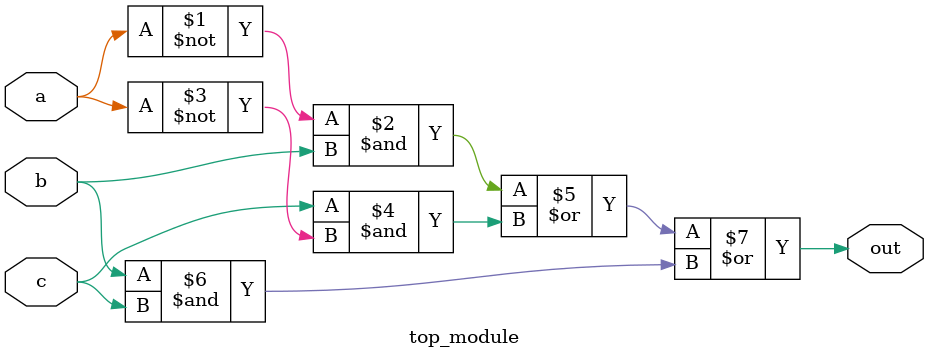
<source format=sv>
module top_module(
    input a, 
    input b,
    input c,
    output out
);
    assign out = (~a & b) | (c & ~a) | (b & c);
endmodule

</source>
